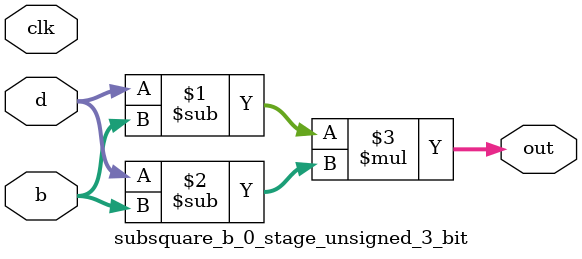
<source format=sv>
(* use_dsp = "yes" *) module subsquare_b_0_stage_unsigned_3_bit(
	input  [2:0] b,
	input  [2:0] d,
	output [2:0] out,
	input clk);

	assign out = (d - b) * (d - b);
endmodule

</source>
